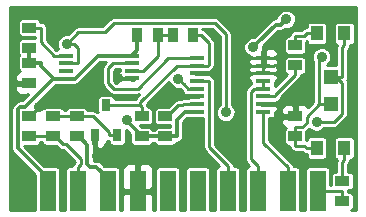
<source format=gtl>
%FSLAX46Y46*%
G04 Gerber Fmt 4.6, Leading zero omitted, Abs format (unit mm)*
G04 Created by KiCad (PCBNEW (2014-09-02 BZR 5112)-product) date 2014-12-10 10:34:42 AM*
%MOMM*%
G01*
G04 APERTURE LIST*
%ADD10C,0.150000*%
%ADD11R,1.300480X0.299720*%
%ADD12R,1.270000X0.381000*%
%ADD13R,1.143000X0.812800*%
%ADD14R,0.812800X1.143000*%
%ADD15R,0.701040X1.000760*%
%ADD16R,1.000000X1.250000*%
%ADD17R,1.200000X1.250000*%
%ADD18R,1.350000X3.500000*%
%ADD19C,0.889000*%
%ADD20C,0.304800*%
%ADD21C,0.254000*%
G04 APERTURE END LIST*
D10*
D11*
X108694000Y-82955400D03*
X108694000Y-82320400D03*
X108694000Y-81660000D03*
X108694000Y-81025000D03*
X103106000Y-81025000D03*
X103106000Y-81672700D03*
X103106000Y-82320400D03*
X103106000Y-82968100D03*
D12*
X119799080Y-85775840D03*
X119799080Y-85125600D03*
X119799080Y-84475360D03*
X119799080Y-83825120D03*
X119799080Y-83174880D03*
X119799080Y-82524640D03*
X119799080Y-81874400D03*
X119799080Y-81224160D03*
X114200920Y-81224160D03*
X114200920Y-81874400D03*
X114200920Y-82524640D03*
X114200920Y-83174880D03*
X114200920Y-83825120D03*
X114200920Y-84475360D03*
X114200920Y-85125600D03*
X114200920Y-85775840D03*
D13*
X104000000Y-86149100D03*
X104000000Y-87850900D03*
D14*
X113850900Y-79250000D03*
X112149100Y-79250000D03*
X109149100Y-79250000D03*
X110850900Y-79250000D03*
D13*
X100000000Y-78649100D03*
X100000000Y-80350900D03*
X100000000Y-81649100D03*
X100000000Y-83350900D03*
X126500000Y-93350900D03*
X126500000Y-91649100D03*
X122500000Y-86149100D03*
X122500000Y-87850900D03*
X100000000Y-87850900D03*
X100000000Y-86149100D03*
X102000000Y-86149100D03*
X102000000Y-87850900D03*
X109500000Y-86149100D03*
X109500000Y-87850900D03*
X122500000Y-81850900D03*
X122500000Y-80149100D03*
X111500000Y-87850900D03*
X111500000Y-86149100D03*
D15*
X106500000Y-85230000D03*
X107452500Y-87770000D03*
X105547500Y-87770000D03*
D16*
X126650000Y-88850000D03*
X124350000Y-88850000D03*
D17*
X125500000Y-85150000D03*
D16*
X124350000Y-79150000D03*
X126650000Y-79150000D03*
D17*
X125500000Y-82850000D03*
D18*
X101570000Y-92500000D03*
X104110000Y-92500000D03*
X106650000Y-92500000D03*
X109190000Y-92500000D03*
X111730000Y-92500000D03*
X114270000Y-92500000D03*
X116810000Y-92500000D03*
X119350000Y-92500000D03*
X121890000Y-92500000D03*
X124430000Y-92500000D03*
D19*
X108230000Y-86500000D03*
X118950000Y-80300000D03*
X121750000Y-77950000D03*
X102500019Y-89828821D03*
X100798179Y-89443963D03*
X117629871Y-80260839D03*
X123693190Y-83087220D03*
X115336926Y-90063074D03*
X105759831Y-89500000D03*
X107829852Y-90202066D03*
X117796572Y-83394489D03*
X112600000Y-84400000D03*
X100807434Y-85357434D03*
X105838470Y-82958986D03*
X107489472Y-82895330D03*
X100807434Y-85357434D03*
X112612600Y-82995400D03*
X124313900Y-86652500D03*
X124742200Y-81132500D03*
X103150000Y-80050000D03*
X116628800Y-85837900D03*
D20*
X109149100Y-79250000D02*
X109149100Y-80569900D01*
X109149100Y-80569900D02*
X108694000Y-81025000D01*
X99231300Y-85335900D02*
X99021700Y-85545500D01*
X101993400Y-82968100D02*
X99625600Y-85335900D01*
X99021700Y-85545500D02*
X99021700Y-88876700D01*
X101570000Y-91425000D02*
X101570000Y-92500000D01*
X99021700Y-88876700D02*
X101570000Y-91425000D01*
X99625600Y-85335900D02*
X99231300Y-85335900D01*
X102049100Y-82968100D02*
X101993400Y-82968100D01*
X103837547Y-82968100D02*
X103106000Y-82968100D01*
X108694000Y-81025000D02*
X105780647Y-81025000D01*
X105780647Y-81025000D02*
X103837547Y-82968100D01*
X108230000Y-86580900D02*
X109500000Y-87850900D01*
X108230000Y-86500000D02*
X108230000Y-86580900D01*
X109500000Y-87850900D02*
X111500000Y-87850900D01*
X112478200Y-86456800D02*
X113159200Y-85775800D01*
X112478200Y-87850900D02*
X112478200Y-86456800D01*
X111500000Y-87850900D02*
X112478200Y-87850900D01*
X114200900Y-85775800D02*
X113159200Y-85775800D01*
X103106000Y-82968100D02*
X102049100Y-82968100D01*
X100000000Y-80350900D02*
X100000000Y-81649100D01*
X100978200Y-81897200D02*
X102049100Y-82968100D01*
X100978200Y-81649100D02*
X100978200Y-81897200D01*
X100000000Y-81649100D02*
X100978200Y-81649100D01*
X119394499Y-79855501D02*
X118950000Y-80300000D01*
X120855501Y-78394499D02*
X119394499Y-79855501D01*
X121305501Y-78394499D02*
X120855501Y-78394499D01*
X121750000Y-77950000D02*
X121305501Y-78394499D01*
X105135866Y-90445200D02*
X104908911Y-90218245D01*
X104165100Y-87850900D02*
X104000000Y-87850900D01*
X106650000Y-91425000D02*
X105670200Y-90445200D01*
X105670200Y-90445200D02*
X105135866Y-90445200D01*
X104908911Y-88594711D02*
X104165100Y-87850900D01*
X106650000Y-92500000D02*
X106650000Y-91425000D01*
X104908911Y-90218245D02*
X104908911Y-88594711D01*
D21*
X126436800Y-92500000D02*
X126500000Y-92563200D01*
X124430000Y-92500000D02*
X126436800Y-92500000D01*
X126500000Y-93350900D02*
X126500000Y-92563200D01*
X121890000Y-92500000D02*
X121890000Y-90496000D01*
X121890000Y-90496000D02*
X119799080Y-88405080D01*
X119799080Y-86220340D02*
X119799080Y-85775840D01*
X119799080Y-88405080D02*
X119799080Y-86220340D01*
X102165100Y-87850900D02*
X102000000Y-87850900D01*
X102825500Y-88511300D02*
X102165100Y-87850900D01*
X104375501Y-90230499D02*
X104375501Y-89803759D01*
X104110000Y-90496000D02*
X104375501Y-90230499D01*
X103083042Y-88511300D02*
X102825500Y-88511300D01*
X104110000Y-92500000D02*
X104110000Y-90496000D01*
X104375501Y-89803759D02*
X103083042Y-88511300D01*
X100000000Y-87850900D02*
X102000000Y-87850900D01*
X100798179Y-89443963D02*
X102115161Y-89443963D01*
X102115161Y-89443963D02*
X102500019Y-89828821D01*
X119799080Y-82524640D02*
X118666421Y-82524640D01*
X118666421Y-82524640D02*
X117796572Y-83394489D01*
X119799080Y-81224160D02*
X118593192Y-81224160D01*
X118593192Y-81224160D02*
X117629871Y-80260839D01*
X118325600Y-81874400D02*
X117796572Y-82403428D01*
X117796572Y-82403428D02*
X117796572Y-83394489D01*
X119799080Y-81874400D02*
X118325600Y-81874400D01*
X119799080Y-81224160D02*
X119799080Y-80779660D01*
X119799080Y-80779660D02*
X119850000Y-80728740D01*
X119850000Y-80728740D02*
X119850000Y-80415000D01*
X110600000Y-92019000D02*
X110600000Y-90519198D01*
X111056124Y-90063074D02*
X115336926Y-90063074D01*
X110600000Y-90519198D02*
X111056124Y-90063074D01*
X110119000Y-92500000D02*
X110600000Y-92019000D01*
X106204330Y-89944499D02*
X105759831Y-89500000D01*
X106461897Y-90202066D02*
X106204330Y-89944499D01*
X107829852Y-90202066D02*
X106461897Y-90202066D01*
X109190000Y-92500000D02*
X110119000Y-92500000D01*
X110119000Y-92500000D02*
X110169000Y-92450000D01*
X120712720Y-82500000D02*
X121000000Y-82500000D01*
X119799080Y-82524640D02*
X120688080Y-82524640D01*
X120688080Y-82524640D02*
X120712720Y-82500000D01*
X120712480Y-81850000D02*
X120950000Y-81850000D01*
X119799080Y-81874400D02*
X120688080Y-81874400D01*
X120688080Y-81874400D02*
X120712480Y-81850000D01*
X119799080Y-81224160D02*
X120688080Y-81224160D01*
X120688080Y-81224160D02*
X120712240Y-81200000D01*
X119799080Y-82524640D02*
X119799080Y-81874400D01*
X112675360Y-84475360D02*
X112600000Y-84400000D01*
X114200920Y-84475360D02*
X112675360Y-84475360D01*
X105838470Y-82958986D02*
X105393971Y-83403485D01*
X105393971Y-83403485D02*
X104156517Y-83403485D01*
X104156517Y-83403485D02*
X102202568Y-85357434D01*
X102202568Y-85357434D02*
X101436051Y-85357434D01*
X101436051Y-85357434D02*
X100807434Y-85357434D01*
X108694000Y-82955400D02*
X107549542Y-82955400D01*
X107549542Y-82955400D02*
X107489472Y-82895330D01*
X109190000Y-92500000D02*
X109190000Y-91425000D01*
X100000000Y-86149100D02*
X100015768Y-86149100D01*
X100015768Y-86149100D02*
X100807434Y-85357434D01*
X105548000Y-87770000D02*
X105548000Y-87919900D01*
X107452500Y-87770000D02*
X106720700Y-87770000D01*
X105374200Y-86149100D02*
X104000000Y-86149100D01*
X106720700Y-87495600D02*
X105374200Y-86149100D01*
X106720700Y-87770000D02*
X106720700Y-87495600D01*
X104000000Y-86149100D02*
X102000000Y-86149100D01*
X113057099Y-83439899D02*
X112612600Y-82995400D01*
X113442300Y-83825100D02*
X113057099Y-83439899D01*
X114200900Y-83825100D02*
X113442300Y-83825100D01*
X123257300Y-79361400D02*
X122500000Y-79361400D01*
X123468700Y-79150000D02*
X123257300Y-79361400D01*
X124350000Y-79150000D02*
X123468700Y-79150000D01*
X122500000Y-80149100D02*
X122500000Y-79361400D01*
X126500000Y-90006300D02*
X126500000Y-91649100D01*
X126650000Y-89856300D02*
X126500000Y-90006300D01*
X126650000Y-88850000D02*
X126650000Y-89856300D01*
X120815400Y-84323200D02*
X120815400Y-84475400D01*
X122500000Y-82638600D02*
X120815400Y-84323200D01*
X119799100Y-84475400D02*
X120815400Y-84475400D01*
X122500000Y-81850900D02*
X122500000Y-82638600D01*
X126481300Y-80325000D02*
X126650000Y-80156300D01*
X126481300Y-82850000D02*
X126481300Y-80325000D01*
X126650000Y-79150000D02*
X126650000Y-80156300D01*
X125500000Y-82850000D02*
X125990700Y-82850000D01*
X125990700Y-82850000D02*
X126481300Y-82850000D01*
X125776400Y-86652500D02*
X124313900Y-86652500D01*
X126481400Y-85947500D02*
X125776400Y-86652500D01*
X126481400Y-83340700D02*
X126481400Y-85947500D01*
X125990700Y-82850000D02*
X126481400Y-83340700D01*
X122500000Y-87850900D02*
X122500000Y-87063200D01*
X123257300Y-88638600D02*
X122500000Y-88638600D01*
X123468700Y-88850000D02*
X123257300Y-88638600D01*
X124350000Y-88850000D02*
X123468700Y-88850000D01*
X122500000Y-87850900D02*
X122500000Y-88638600D01*
X125500000Y-85150000D02*
X124645800Y-85150000D01*
X124645800Y-85150000D02*
X124518700Y-85150000D01*
X124518700Y-81356000D02*
X124742200Y-81132500D01*
X124518700Y-85150000D02*
X124518700Y-81356000D01*
X123117100Y-87063200D02*
X122500000Y-87063200D01*
X123488100Y-86692200D02*
X123117100Y-87063200D01*
X123488100Y-86180600D02*
X123488100Y-86692200D01*
X124518700Y-85150000D02*
X123488100Y-86180600D01*
X103150000Y-80050000D02*
X104137500Y-79062500D01*
X104137500Y-79062500D02*
X106387500Y-79062500D01*
X115701400Y-78250000D02*
X116628800Y-79177400D01*
X106387500Y-79062500D02*
X107200000Y-78250000D01*
X107200000Y-78250000D02*
X115701400Y-78250000D01*
X116628800Y-79177400D02*
X116628800Y-85837900D01*
X104137500Y-81672700D02*
X104137500Y-80408883D01*
X104137500Y-80408883D02*
X103778617Y-80050000D01*
X103778617Y-80050000D02*
X103150000Y-80050000D01*
X103106000Y-81672700D02*
X104137500Y-81672700D01*
X107789760Y-81660000D02*
X108694000Y-81660000D01*
X107118258Y-81660000D02*
X107789760Y-81660000D01*
X106663971Y-82114287D02*
X107118258Y-81660000D01*
X107134245Y-83825501D02*
X106663971Y-83355227D01*
X109163199Y-83825501D02*
X107134245Y-83825501D01*
X111764500Y-81224200D02*
X109163199Y-83825501D01*
X114200900Y-81224200D02*
X111764500Y-81224200D01*
X106663971Y-83355227D02*
X106663971Y-82114287D01*
X113850900Y-79250000D02*
X114511300Y-79250000D01*
X114511300Y-79250000D02*
X115216921Y-79955621D01*
X115216921Y-79955621D02*
X115216921Y-81747399D01*
X115216921Y-81747399D02*
X115089920Y-81874400D01*
X115089920Y-81874400D02*
X114200920Y-81874400D01*
X109500000Y-86149100D02*
X109500000Y-85361400D01*
X106500000Y-85230000D02*
X109368600Y-85230000D01*
X109368600Y-85230000D02*
X109500000Y-85361400D01*
X112461800Y-81874400D02*
X114200900Y-81874400D01*
X109368600Y-84967600D02*
X112461800Y-81874400D01*
X109368600Y-85230000D02*
X109368600Y-84967600D01*
X100952800Y-79903300D02*
X102074500Y-81025000D01*
X100952800Y-78649100D02*
X100952800Y-79903300D01*
X100000000Y-78649100D02*
X100952800Y-78649100D01*
X103106000Y-81025000D02*
X102074500Y-81025000D01*
X110850900Y-79250000D02*
X110850900Y-81067740D01*
X110850900Y-81067740D02*
X109598240Y-82320400D01*
X109598240Y-82320400D02*
X108694000Y-82320400D01*
X110850900Y-79250000D02*
X112149100Y-79250000D01*
X112581551Y-85232649D02*
X112959002Y-85232649D01*
X113066051Y-85125600D02*
X114200900Y-85125600D01*
X111665100Y-86149100D02*
X112581551Y-85232649D01*
X112959002Y-85232649D02*
X113066051Y-85125600D01*
X111500000Y-86149100D02*
X111665100Y-86149100D01*
X119799080Y-83174880D02*
X119799080Y-83825120D01*
X119350000Y-92500000D02*
X119350000Y-90368700D01*
X118782700Y-84069000D02*
X119026600Y-83825100D01*
X118782700Y-89801400D02*
X118782700Y-84069000D01*
X119350000Y-90368700D02*
X118782700Y-89801400D01*
X119026600Y-83825100D02*
X119799100Y-83825100D01*
X115217200Y-88775900D02*
X115217200Y-83174900D01*
X116810000Y-90368700D02*
X115217200Y-88775900D01*
X116810000Y-92500000D02*
X116810000Y-90368700D01*
X114200900Y-83174900D02*
X115217200Y-83174900D01*
G36*
X100147000Y-86276100D02*
X100127000Y-86276100D01*
X100127000Y-86296100D01*
X99873000Y-86296100D01*
X99873000Y-86276100D01*
X99853000Y-86276100D01*
X99853000Y-86022100D01*
X99873000Y-86022100D01*
X99873000Y-86002100D01*
X100127000Y-86002100D01*
X100127000Y-86022100D01*
X100147000Y-86022100D01*
X100147000Y-86276100D01*
X100147000Y-86276100D01*
G37*
X100147000Y-86276100D02*
X100127000Y-86276100D01*
X100127000Y-86296100D01*
X99873000Y-86296100D01*
X99873000Y-86276100D01*
X99853000Y-86276100D01*
X99853000Y-86022100D01*
X99873000Y-86022100D01*
X99873000Y-86002100D01*
X100127000Y-86002100D01*
X100127000Y-86022100D01*
X100147000Y-86022100D01*
X100147000Y-86276100D01*
G36*
X103867501Y-90020079D02*
X103750790Y-90136790D01*
X103640669Y-90301597D01*
X103627261Y-90369000D01*
X103359214Y-90369000D01*
X103219180Y-90427004D01*
X103112004Y-90534181D01*
X103054000Y-90674215D01*
X103054000Y-90825786D01*
X103054000Y-94119800D01*
X102626000Y-94119800D01*
X102626000Y-90674214D01*
X102567996Y-90534180D01*
X102460819Y-90427004D01*
X102320785Y-90369000D01*
X102169214Y-90369000D01*
X101268341Y-90369000D01*
X99555100Y-88655758D01*
X99555100Y-88638300D01*
X100647286Y-88638300D01*
X100787320Y-88580296D01*
X100894496Y-88473119D01*
X100941807Y-88358900D01*
X101058192Y-88358900D01*
X101105504Y-88473120D01*
X101212681Y-88580296D01*
X101352715Y-88638300D01*
X101504286Y-88638300D01*
X102234079Y-88638300D01*
X102466290Y-88870511D01*
X102631097Y-88980631D01*
X102825500Y-89019300D01*
X102872622Y-89019300D01*
X103867501Y-90014179D01*
X103867501Y-90020079D01*
X103867501Y-90020079D01*
G37*
X103867501Y-90020079D02*
X103750790Y-90136790D01*
X103640669Y-90301597D01*
X103627261Y-90369000D01*
X103359214Y-90369000D01*
X103219180Y-90427004D01*
X103112004Y-90534181D01*
X103054000Y-90674215D01*
X103054000Y-90825786D01*
X103054000Y-94119800D01*
X102626000Y-94119800D01*
X102626000Y-90674214D01*
X102567996Y-90534180D01*
X102460819Y-90427004D01*
X102320785Y-90369000D01*
X102169214Y-90369000D01*
X101268341Y-90369000D01*
X99555100Y-88655758D01*
X99555100Y-88638300D01*
X100647286Y-88638300D01*
X100787320Y-88580296D01*
X100894496Y-88473119D01*
X100941807Y-88358900D01*
X101058192Y-88358900D01*
X101105504Y-88473120D01*
X101212681Y-88580296D01*
X101352715Y-88638300D01*
X101504286Y-88638300D01*
X102234079Y-88638300D01*
X102466290Y-88870511D01*
X102631097Y-88980631D01*
X102825500Y-89019300D01*
X102872622Y-89019300D01*
X103867501Y-90014179D01*
X103867501Y-90020079D01*
G36*
X108841000Y-83030330D02*
X108821000Y-83030330D01*
X108821000Y-83102400D01*
X108567000Y-83102400D01*
X108567000Y-83030330D01*
X107567510Y-83030330D01*
X107408760Y-83189080D01*
X107408760Y-83231569D01*
X107444354Y-83317501D01*
X107344664Y-83317501D01*
X107171971Y-83144807D01*
X107171971Y-82324707D01*
X107328678Y-82168000D01*
X107662760Y-82168000D01*
X107662760Y-82246326D01*
X107662760Y-82288514D01*
X107505433Y-82445842D01*
X107408760Y-82679231D01*
X107408760Y-82721720D01*
X107567510Y-82880470D01*
X108567000Y-82880470D01*
X108567000Y-82851260D01*
X108821000Y-82851260D01*
X108821000Y-82880470D01*
X108841000Y-82880470D01*
X108841000Y-83030330D01*
X108841000Y-83030330D01*
G37*
X108841000Y-83030330D02*
X108821000Y-83030330D01*
X108821000Y-83102400D01*
X108567000Y-83102400D01*
X108567000Y-83030330D01*
X107567510Y-83030330D01*
X107408760Y-83189080D01*
X107408760Y-83231569D01*
X107444354Y-83317501D01*
X107344664Y-83317501D01*
X107171971Y-83144807D01*
X107171971Y-82324707D01*
X107328678Y-82168000D01*
X107662760Y-82168000D01*
X107662760Y-82246326D01*
X107662760Y-82288514D01*
X107505433Y-82445842D01*
X107408760Y-82679231D01*
X107408760Y-82721720D01*
X107567510Y-82880470D01*
X108567000Y-82880470D01*
X108567000Y-82851260D01*
X108821000Y-82851260D01*
X108821000Y-82880470D01*
X108841000Y-82880470D01*
X108841000Y-83030330D01*
G36*
X109314343Y-84303436D02*
X109009390Y-84608390D01*
X108933477Y-84722000D01*
X107231520Y-84722000D01*
X107231520Y-84653834D01*
X107173516Y-84513800D01*
X107066339Y-84406624D01*
X106926305Y-84348620D01*
X106774734Y-84348620D01*
X106073694Y-84348620D01*
X105933660Y-84406624D01*
X105826484Y-84513801D01*
X105768480Y-84653835D01*
X105768480Y-84805406D01*
X105768480Y-85806166D01*
X105781769Y-85838249D01*
X105733410Y-85789890D01*
X105568603Y-85679769D01*
X105374200Y-85641100D01*
X104941807Y-85641100D01*
X104894496Y-85526880D01*
X104787319Y-85419704D01*
X104647285Y-85361700D01*
X104495714Y-85361700D01*
X103352714Y-85361700D01*
X103212680Y-85419704D01*
X103105504Y-85526881D01*
X103058192Y-85641100D01*
X102941807Y-85641100D01*
X102894496Y-85526880D01*
X102787319Y-85419704D01*
X102647285Y-85361700D01*
X102495714Y-85361700D01*
X101352714Y-85361700D01*
X101212680Y-85419704D01*
X101150701Y-85481682D01*
X101109827Y-85383002D01*
X100931199Y-85204373D01*
X100697810Y-85107700D01*
X100608142Y-85107700D01*
X102214342Y-83501500D01*
X103106000Y-83501500D01*
X103837547Y-83501500D01*
X104041670Y-83460897D01*
X104214718Y-83345271D01*
X106001588Y-81558400D01*
X106501438Y-81558400D01*
X106304761Y-81755077D01*
X106194640Y-81919884D01*
X106155971Y-82114287D01*
X106155971Y-83355227D01*
X106194640Y-83549630D01*
X106304761Y-83714437D01*
X106775035Y-84184711D01*
X106939842Y-84294832D01*
X107134245Y-84333501D01*
X109163199Y-84333501D01*
X109314343Y-84303436D01*
X109314343Y-84303436D01*
G37*
X109314343Y-84303436D02*
X109009390Y-84608390D01*
X108933477Y-84722000D01*
X107231520Y-84722000D01*
X107231520Y-84653834D01*
X107173516Y-84513800D01*
X107066339Y-84406624D01*
X106926305Y-84348620D01*
X106774734Y-84348620D01*
X106073694Y-84348620D01*
X105933660Y-84406624D01*
X105826484Y-84513801D01*
X105768480Y-84653835D01*
X105768480Y-84805406D01*
X105768480Y-85806166D01*
X105781769Y-85838249D01*
X105733410Y-85789890D01*
X105568603Y-85679769D01*
X105374200Y-85641100D01*
X104941807Y-85641100D01*
X104894496Y-85526880D01*
X104787319Y-85419704D01*
X104647285Y-85361700D01*
X104495714Y-85361700D01*
X103352714Y-85361700D01*
X103212680Y-85419704D01*
X103105504Y-85526881D01*
X103058192Y-85641100D01*
X102941807Y-85641100D01*
X102894496Y-85526880D01*
X102787319Y-85419704D01*
X102647285Y-85361700D01*
X102495714Y-85361700D01*
X101352714Y-85361700D01*
X101212680Y-85419704D01*
X101150701Y-85481682D01*
X101109827Y-85383002D01*
X100931199Y-85204373D01*
X100697810Y-85107700D01*
X100608142Y-85107700D01*
X102214342Y-83501500D01*
X103106000Y-83501500D01*
X103837547Y-83501500D01*
X104041670Y-83460897D01*
X104214718Y-83345271D01*
X106001588Y-81558400D01*
X106501438Y-81558400D01*
X106304761Y-81755077D01*
X106194640Y-81919884D01*
X106155971Y-82114287D01*
X106155971Y-83355227D01*
X106194640Y-83549630D01*
X106304761Y-83714437D01*
X106775035Y-84184711D01*
X106939842Y-84294832D01*
X107134245Y-84333501D01*
X109163199Y-84333501D01*
X109314343Y-84303436D01*
G36*
X114347920Y-84554100D02*
X113490134Y-84554100D01*
X113450275Y-84570610D01*
X113089670Y-84570610D01*
X113036876Y-84623403D01*
X112871647Y-84656269D01*
X112769310Y-84724649D01*
X112581551Y-84724649D01*
X112419400Y-84756902D01*
X112387147Y-84763318D01*
X112222340Y-84873439D01*
X111734079Y-85361700D01*
X110852714Y-85361700D01*
X110712680Y-85419704D01*
X110605504Y-85526881D01*
X110547500Y-85666915D01*
X110547500Y-85818486D01*
X110547500Y-86631286D01*
X110605504Y-86771320D01*
X110712681Y-86878496D01*
X110852715Y-86936500D01*
X111004286Y-86936500D01*
X111944800Y-86936500D01*
X111944800Y-87063500D01*
X110852714Y-87063500D01*
X110712680Y-87121504D01*
X110605504Y-87228681D01*
X110568713Y-87317500D01*
X110431286Y-87317500D01*
X110394496Y-87228680D01*
X110287319Y-87121504D01*
X110147285Y-87063500D01*
X109995714Y-87063500D01*
X109466942Y-87063500D01*
X109339942Y-86936500D01*
X110147286Y-86936500D01*
X110287320Y-86878496D01*
X110394496Y-86771319D01*
X110452500Y-86631285D01*
X110452500Y-86479714D01*
X110452500Y-85666914D01*
X110394496Y-85526880D01*
X110287319Y-85419704D01*
X110147285Y-85361700D01*
X110008000Y-85361700D01*
X110008000Y-85361400D01*
X109969331Y-85166997D01*
X109936603Y-85118016D01*
X111818762Y-83235857D01*
X111912367Y-83462398D01*
X112144381Y-83694817D01*
X112447677Y-83820757D01*
X112719773Y-83820993D01*
X112967944Y-84069165D01*
X112930920Y-84158551D01*
X112930920Y-84221360D01*
X113089670Y-84380110D01*
X113450276Y-84380110D01*
X113490135Y-84396620D01*
X113641706Y-84396620D01*
X114347920Y-84396620D01*
X114347920Y-84554100D01*
X114347920Y-84554100D01*
G37*
X114347920Y-84554100D02*
X113490134Y-84554100D01*
X113450275Y-84570610D01*
X113089670Y-84570610D01*
X113036876Y-84623403D01*
X112871647Y-84656269D01*
X112769310Y-84724649D01*
X112581551Y-84724649D01*
X112419400Y-84756902D01*
X112387147Y-84763318D01*
X112222340Y-84873439D01*
X111734079Y-85361700D01*
X110852714Y-85361700D01*
X110712680Y-85419704D01*
X110605504Y-85526881D01*
X110547500Y-85666915D01*
X110547500Y-85818486D01*
X110547500Y-86631286D01*
X110605504Y-86771320D01*
X110712681Y-86878496D01*
X110852715Y-86936500D01*
X111004286Y-86936500D01*
X111944800Y-86936500D01*
X111944800Y-87063500D01*
X110852714Y-87063500D01*
X110712680Y-87121504D01*
X110605504Y-87228681D01*
X110568713Y-87317500D01*
X110431286Y-87317500D01*
X110394496Y-87228680D01*
X110287319Y-87121504D01*
X110147285Y-87063500D01*
X109995714Y-87063500D01*
X109466942Y-87063500D01*
X109339942Y-86936500D01*
X110147286Y-86936500D01*
X110287320Y-86878496D01*
X110394496Y-86771319D01*
X110452500Y-86631285D01*
X110452500Y-86479714D01*
X110452500Y-85666914D01*
X110394496Y-85526880D01*
X110287319Y-85419704D01*
X110147285Y-85361700D01*
X110008000Y-85361700D01*
X110008000Y-85361400D01*
X109969331Y-85166997D01*
X109936603Y-85118016D01*
X111818762Y-83235857D01*
X111912367Y-83462398D01*
X112144381Y-83694817D01*
X112447677Y-83820757D01*
X112719773Y-83820993D01*
X112967944Y-84069165D01*
X112930920Y-84158551D01*
X112930920Y-84221360D01*
X113089670Y-84380110D01*
X113450276Y-84380110D01*
X113490135Y-84396620D01*
X113641706Y-84396620D01*
X114347920Y-84396620D01*
X114347920Y-84554100D01*
G36*
X116091879Y-90369000D02*
X116059214Y-90369000D01*
X115919180Y-90427004D01*
X115812004Y-90534181D01*
X115754000Y-90674215D01*
X115754000Y-90825786D01*
X115754000Y-94119800D01*
X115326000Y-94119800D01*
X115326000Y-90674214D01*
X115267996Y-90534180D01*
X115160819Y-90427004D01*
X115020785Y-90369000D01*
X114869214Y-90369000D01*
X113519214Y-90369000D01*
X113379180Y-90427004D01*
X113272004Y-90534181D01*
X113214000Y-90674215D01*
X113214000Y-90825786D01*
X113214000Y-94119800D01*
X112786000Y-94119800D01*
X112786000Y-90674214D01*
X112727996Y-90534180D01*
X112620819Y-90427004D01*
X112480785Y-90369000D01*
X112329214Y-90369000D01*
X110979214Y-90369000D01*
X110839180Y-90427004D01*
X110732004Y-90534181D01*
X110674000Y-90674215D01*
X110674000Y-90825786D01*
X110674000Y-94119800D01*
X110500000Y-94119800D01*
X110500000Y-92785750D01*
X110500000Y-92214250D01*
X110500000Y-90876309D01*
X110500000Y-90623690D01*
X110403327Y-90390301D01*
X110224698Y-90211673D01*
X109991309Y-90115000D01*
X109475750Y-90115000D01*
X109317000Y-90273750D01*
X109317000Y-92373000D01*
X110341250Y-92373000D01*
X110500000Y-92214250D01*
X110500000Y-92785750D01*
X110341250Y-92627000D01*
X109317000Y-92627000D01*
X109317000Y-92647000D01*
X109063000Y-92647000D01*
X109063000Y-92627000D01*
X109063000Y-92373000D01*
X109063000Y-90273750D01*
X108904250Y-90115000D01*
X108388691Y-90115000D01*
X108155302Y-90211673D01*
X107976673Y-90390301D01*
X107880000Y-90623690D01*
X107880000Y-90876309D01*
X107880000Y-92214250D01*
X108038750Y-92373000D01*
X109063000Y-92373000D01*
X109063000Y-92627000D01*
X108038750Y-92627000D01*
X107880000Y-92785750D01*
X107880000Y-94119800D01*
X107706000Y-94119800D01*
X107706000Y-90674214D01*
X107647996Y-90534180D01*
X107540819Y-90427004D01*
X107400785Y-90369000D01*
X107249214Y-90369000D01*
X106348341Y-90369000D01*
X106047371Y-90068029D01*
X105874323Y-89952403D01*
X105670200Y-89911800D01*
X105442311Y-89911800D01*
X105442311Y-88594716D01*
X105442311Y-88594711D01*
X105442312Y-88594711D01*
X105420500Y-88485060D01*
X105420500Y-88485058D01*
X105420500Y-87897000D01*
X105400500Y-87897000D01*
X105400500Y-87643000D01*
X105420500Y-87643000D01*
X105420500Y-87623000D01*
X105674500Y-87623000D01*
X105674500Y-87643000D01*
X105694500Y-87643000D01*
X105694500Y-87897000D01*
X105674500Y-87897000D01*
X105674500Y-88746630D01*
X105833250Y-88905380D01*
X106024329Y-88905380D01*
X106257718Y-88808707D01*
X106436347Y-88630079D01*
X106533020Y-88396690D01*
X106533020Y-88240668D01*
X106720700Y-88278000D01*
X106720980Y-88278000D01*
X106720980Y-88346166D01*
X106778984Y-88486200D01*
X106886161Y-88593376D01*
X107026195Y-88651380D01*
X107177766Y-88651380D01*
X107878806Y-88651380D01*
X108018840Y-88593376D01*
X108126016Y-88486199D01*
X108184020Y-88346165D01*
X108184020Y-88194594D01*
X108184020Y-87325460D01*
X108220250Y-87325492D01*
X108547500Y-87652742D01*
X108547500Y-88333086D01*
X108605504Y-88473120D01*
X108712681Y-88580296D01*
X108852715Y-88638300D01*
X109004286Y-88638300D01*
X110147286Y-88638300D01*
X110287320Y-88580296D01*
X110394496Y-88473119D01*
X110431286Y-88384300D01*
X110568713Y-88384300D01*
X110605504Y-88473120D01*
X110712681Y-88580296D01*
X110852715Y-88638300D01*
X111004286Y-88638300D01*
X112147286Y-88638300D01*
X112287320Y-88580296D01*
X112394496Y-88473119D01*
X112431286Y-88384300D01*
X112478200Y-88384300D01*
X112682323Y-88343697D01*
X112855371Y-88228071D01*
X112970997Y-88055023D01*
X113011600Y-87850900D01*
X113011600Y-86677741D01*
X113380141Y-86309200D01*
X113398056Y-86309200D01*
X113490135Y-86347340D01*
X113641706Y-86347340D01*
X114709200Y-86347340D01*
X114709200Y-88775900D01*
X114747869Y-88970303D01*
X114857990Y-89135110D01*
X116091879Y-90369000D01*
X116091879Y-90369000D01*
G37*
X116091879Y-90369000D02*
X116059214Y-90369000D01*
X115919180Y-90427004D01*
X115812004Y-90534181D01*
X115754000Y-90674215D01*
X115754000Y-90825786D01*
X115754000Y-94119800D01*
X115326000Y-94119800D01*
X115326000Y-90674214D01*
X115267996Y-90534180D01*
X115160819Y-90427004D01*
X115020785Y-90369000D01*
X114869214Y-90369000D01*
X113519214Y-90369000D01*
X113379180Y-90427004D01*
X113272004Y-90534181D01*
X113214000Y-90674215D01*
X113214000Y-90825786D01*
X113214000Y-94119800D01*
X112786000Y-94119800D01*
X112786000Y-90674214D01*
X112727996Y-90534180D01*
X112620819Y-90427004D01*
X112480785Y-90369000D01*
X112329214Y-90369000D01*
X110979214Y-90369000D01*
X110839180Y-90427004D01*
X110732004Y-90534181D01*
X110674000Y-90674215D01*
X110674000Y-90825786D01*
X110674000Y-94119800D01*
X110500000Y-94119800D01*
X110500000Y-92785750D01*
X110500000Y-92214250D01*
X110500000Y-90876309D01*
X110500000Y-90623690D01*
X110403327Y-90390301D01*
X110224698Y-90211673D01*
X109991309Y-90115000D01*
X109475750Y-90115000D01*
X109317000Y-90273750D01*
X109317000Y-92373000D01*
X110341250Y-92373000D01*
X110500000Y-92214250D01*
X110500000Y-92785750D01*
X110341250Y-92627000D01*
X109317000Y-92627000D01*
X109317000Y-92647000D01*
X109063000Y-92647000D01*
X109063000Y-92627000D01*
X109063000Y-92373000D01*
X109063000Y-90273750D01*
X108904250Y-90115000D01*
X108388691Y-90115000D01*
X108155302Y-90211673D01*
X107976673Y-90390301D01*
X107880000Y-90623690D01*
X107880000Y-90876309D01*
X107880000Y-92214250D01*
X108038750Y-92373000D01*
X109063000Y-92373000D01*
X109063000Y-92627000D01*
X108038750Y-92627000D01*
X107880000Y-92785750D01*
X107880000Y-94119800D01*
X107706000Y-94119800D01*
X107706000Y-90674214D01*
X107647996Y-90534180D01*
X107540819Y-90427004D01*
X107400785Y-90369000D01*
X107249214Y-90369000D01*
X106348341Y-90369000D01*
X106047371Y-90068029D01*
X105874323Y-89952403D01*
X105670200Y-89911800D01*
X105442311Y-89911800D01*
X105442311Y-88594716D01*
X105442311Y-88594711D01*
X105442312Y-88594711D01*
X105420500Y-88485060D01*
X105420500Y-88485058D01*
X105420500Y-87897000D01*
X105400500Y-87897000D01*
X105400500Y-87643000D01*
X105420500Y-87643000D01*
X105420500Y-87623000D01*
X105674500Y-87623000D01*
X105674500Y-87643000D01*
X105694500Y-87643000D01*
X105694500Y-87897000D01*
X105674500Y-87897000D01*
X105674500Y-88746630D01*
X105833250Y-88905380D01*
X106024329Y-88905380D01*
X106257718Y-88808707D01*
X106436347Y-88630079D01*
X106533020Y-88396690D01*
X106533020Y-88240668D01*
X106720700Y-88278000D01*
X106720980Y-88278000D01*
X106720980Y-88346166D01*
X106778984Y-88486200D01*
X106886161Y-88593376D01*
X107026195Y-88651380D01*
X107177766Y-88651380D01*
X107878806Y-88651380D01*
X108018840Y-88593376D01*
X108126016Y-88486199D01*
X108184020Y-88346165D01*
X108184020Y-88194594D01*
X108184020Y-87325460D01*
X108220250Y-87325492D01*
X108547500Y-87652742D01*
X108547500Y-88333086D01*
X108605504Y-88473120D01*
X108712681Y-88580296D01*
X108852715Y-88638300D01*
X109004286Y-88638300D01*
X110147286Y-88638300D01*
X110287320Y-88580296D01*
X110394496Y-88473119D01*
X110431286Y-88384300D01*
X110568713Y-88384300D01*
X110605504Y-88473120D01*
X110712681Y-88580296D01*
X110852715Y-88638300D01*
X111004286Y-88638300D01*
X112147286Y-88638300D01*
X112287320Y-88580296D01*
X112394496Y-88473119D01*
X112431286Y-88384300D01*
X112478200Y-88384300D01*
X112682323Y-88343697D01*
X112855371Y-88228071D01*
X112970997Y-88055023D01*
X113011600Y-87850900D01*
X113011600Y-86677741D01*
X113380141Y-86309200D01*
X113398056Y-86309200D01*
X113490135Y-86347340D01*
X113641706Y-86347340D01*
X114709200Y-86347340D01*
X114709200Y-88775900D01*
X114747869Y-88970303D01*
X114857990Y-89135110D01*
X116091879Y-90369000D01*
G36*
X127619800Y-94119800D02*
X127191948Y-94119800D01*
X127287320Y-94080296D01*
X127394496Y-93973119D01*
X127452500Y-93833085D01*
X127452500Y-93681514D01*
X127452500Y-92868714D01*
X127394496Y-92728680D01*
X127287319Y-92621504D01*
X127147285Y-92563500D01*
X127008000Y-92563500D01*
X127008000Y-92563200D01*
X126982797Y-92436500D01*
X127147286Y-92436500D01*
X127287320Y-92378496D01*
X127394496Y-92271319D01*
X127452500Y-92131285D01*
X127452500Y-91979714D01*
X127452500Y-91166914D01*
X127394496Y-91026880D01*
X127287319Y-90919704D01*
X127147285Y-90861700D01*
X127008000Y-90861700D01*
X127008000Y-90216720D01*
X127009210Y-90215510D01*
X127119331Y-90050703D01*
X127158000Y-89856300D01*
X127158000Y-89856000D01*
X127225786Y-89856000D01*
X127365820Y-89797996D01*
X127472996Y-89690819D01*
X127531000Y-89550785D01*
X127531000Y-89399214D01*
X127531000Y-88149214D01*
X127531000Y-79850785D01*
X127531000Y-79699214D01*
X127531000Y-78449214D01*
X127472996Y-78309180D01*
X127365819Y-78202004D01*
X127225785Y-78144000D01*
X127074214Y-78144000D01*
X126074214Y-78144000D01*
X125934180Y-78202004D01*
X125827004Y-78309181D01*
X125769000Y-78449215D01*
X125769000Y-78600786D01*
X125769000Y-79850786D01*
X125827004Y-79990820D01*
X125934181Y-80097996D01*
X126012167Y-80130299D01*
X126011969Y-80130597D01*
X125973300Y-80325000D01*
X125973300Y-81844000D01*
X125181929Y-81844000D01*
X125209198Y-81832733D01*
X125441617Y-81600719D01*
X125567557Y-81297423D01*
X125567843Y-80969018D01*
X125442433Y-80665502D01*
X125231000Y-80453699D01*
X125231000Y-79850785D01*
X125231000Y-79699214D01*
X125231000Y-78449214D01*
X125172996Y-78309180D01*
X125065819Y-78202004D01*
X124925785Y-78144000D01*
X124774214Y-78144000D01*
X123774214Y-78144000D01*
X123634180Y-78202004D01*
X123527004Y-78309181D01*
X123469000Y-78449215D01*
X123469000Y-78600786D01*
X123469000Y-78642000D01*
X123468700Y-78642000D01*
X123274297Y-78680669D01*
X123109490Y-78790790D01*
X123046880Y-78853400D01*
X122500000Y-78853400D01*
X122305597Y-78892069D01*
X122140790Y-79002190D01*
X122030669Y-79166997D01*
X121992000Y-79361400D01*
X121992000Y-79361700D01*
X121852714Y-79361700D01*
X121712680Y-79419704D01*
X121605504Y-79526881D01*
X121547500Y-79666915D01*
X121547500Y-79818486D01*
X121547500Y-80631286D01*
X121605504Y-80771320D01*
X121712681Y-80878496D01*
X121852715Y-80936500D01*
X122004286Y-80936500D01*
X123147286Y-80936500D01*
X123287320Y-80878496D01*
X123394496Y-80771319D01*
X123452500Y-80631285D01*
X123452500Y-80479714D01*
X123452500Y-79830198D01*
X123469000Y-79819173D01*
X123469000Y-79850786D01*
X123527004Y-79990820D01*
X123634181Y-80097996D01*
X123774215Y-80156000D01*
X123925786Y-80156000D01*
X124925786Y-80156000D01*
X125065820Y-80097996D01*
X125172996Y-79990819D01*
X125231000Y-79850785D01*
X125231000Y-80453699D01*
X125210419Y-80433083D01*
X124907123Y-80307143D01*
X124578718Y-80306857D01*
X124275202Y-80432267D01*
X124042783Y-80664281D01*
X123916843Y-80967577D01*
X123916557Y-81295982D01*
X124010700Y-81523825D01*
X124010700Y-84939579D01*
X123588552Y-85361727D01*
X123431199Y-85204373D01*
X123197810Y-85107700D01*
X122945191Y-85107700D01*
X122785750Y-85107700D01*
X122627000Y-85266450D01*
X122627000Y-86022100D01*
X122647000Y-86022100D01*
X122647000Y-86276100D01*
X122627000Y-86276100D01*
X122627000Y-86296100D01*
X122373000Y-86296100D01*
X122373000Y-86276100D01*
X122373000Y-86022100D01*
X122373000Y-85266450D01*
X122214250Y-85107700D01*
X122054809Y-85107700D01*
X121802190Y-85107700D01*
X121568801Y-85204373D01*
X121390173Y-85383002D01*
X121293500Y-85616391D01*
X121293500Y-85863350D01*
X121452250Y-86022100D01*
X122373000Y-86022100D01*
X122373000Y-86276100D01*
X121452250Y-86276100D01*
X121293500Y-86434850D01*
X121293500Y-86681809D01*
X121390173Y-86915198D01*
X121568801Y-87093827D01*
X121690109Y-87144074D01*
X121605504Y-87228681D01*
X121547500Y-87368715D01*
X121547500Y-87520286D01*
X121547500Y-88333086D01*
X121605504Y-88473120D01*
X121712681Y-88580296D01*
X121852715Y-88638300D01*
X121992000Y-88638300D01*
X121992000Y-88638600D01*
X122030669Y-88833003D01*
X122140790Y-88997810D01*
X122305597Y-89107931D01*
X122500000Y-89146600D01*
X123046880Y-89146600D01*
X123109490Y-89209210D01*
X123274297Y-89319331D01*
X123468700Y-89358000D01*
X123469000Y-89358000D01*
X123469000Y-89550786D01*
X123527004Y-89690820D01*
X123634181Y-89797996D01*
X123774215Y-89856000D01*
X123925786Y-89856000D01*
X124925786Y-89856000D01*
X125065820Y-89797996D01*
X125172996Y-89690819D01*
X125231000Y-89550785D01*
X125231000Y-89399214D01*
X125231000Y-88149214D01*
X125172996Y-88009180D01*
X125065819Y-87902004D01*
X124925785Y-87844000D01*
X124774214Y-87844000D01*
X123774214Y-87844000D01*
X123634180Y-87902004D01*
X123527004Y-88009181D01*
X123469000Y-88149215D01*
X123469000Y-88180826D01*
X123452500Y-88169801D01*
X123452500Y-87438319D01*
X123476310Y-87422410D01*
X123696372Y-87202347D01*
X123845681Y-87351917D01*
X124148977Y-87477857D01*
X124477382Y-87478143D01*
X124780898Y-87352733D01*
X124973466Y-87160500D01*
X125776400Y-87160500D01*
X125970803Y-87121831D01*
X126135610Y-87011710D01*
X126840610Y-86306710D01*
X126840611Y-86306710D01*
X126950731Y-86141903D01*
X126989400Y-85947500D01*
X126989400Y-83340700D01*
X126950731Y-83146297D01*
X126916639Y-83095275D01*
X126916639Y-83095274D01*
X126950631Y-83044403D01*
X126989300Y-82850000D01*
X126989300Y-80535420D01*
X127009210Y-80515510D01*
X127119331Y-80350703D01*
X127158000Y-80156300D01*
X127158000Y-80156000D01*
X127225786Y-80156000D01*
X127365820Y-80097996D01*
X127472996Y-79990819D01*
X127531000Y-79850785D01*
X127531000Y-88149214D01*
X127472996Y-88009180D01*
X127365819Y-87902004D01*
X127225785Y-87844000D01*
X127074214Y-87844000D01*
X126074214Y-87844000D01*
X125934180Y-87902004D01*
X125827004Y-88009181D01*
X125769000Y-88149215D01*
X125769000Y-88300786D01*
X125769000Y-89550786D01*
X125827004Y-89690820D01*
X125934181Y-89797996D01*
X126025878Y-89835978D01*
X125992000Y-90006300D01*
X125992000Y-90861700D01*
X125852714Y-90861700D01*
X125712680Y-90919704D01*
X125605504Y-91026881D01*
X125547500Y-91166915D01*
X125547500Y-91318486D01*
X125547500Y-91992000D01*
X125486000Y-91992000D01*
X125486000Y-90674214D01*
X125427996Y-90534180D01*
X125320819Y-90427004D01*
X125180785Y-90369000D01*
X125029214Y-90369000D01*
X123679214Y-90369000D01*
X123539180Y-90427004D01*
X123432004Y-90534181D01*
X123374000Y-90674215D01*
X123374000Y-90825786D01*
X123374000Y-94119800D01*
X122946000Y-94119800D01*
X122946000Y-90674214D01*
X122887996Y-90534180D01*
X122780819Y-90427004D01*
X122640785Y-90369000D01*
X122489214Y-90369000D01*
X122372738Y-90369000D01*
X122365746Y-90333849D01*
X122359331Y-90301597D01*
X122359331Y-90301596D01*
X122249210Y-90136790D01*
X122249210Y-90136789D01*
X120307080Y-88194659D01*
X120307080Y-86347340D01*
X120509866Y-86347340D01*
X120649900Y-86289336D01*
X120757076Y-86182159D01*
X120815080Y-86042125D01*
X120815080Y-85890554D01*
X120815080Y-85833125D01*
X120972407Y-85675798D01*
X121069080Y-85442409D01*
X121069080Y-85379600D01*
X120910330Y-85220850D01*
X120549723Y-85220850D01*
X120509865Y-85204340D01*
X120358294Y-85204340D01*
X119652080Y-85204340D01*
X119652080Y-85046860D01*
X120509866Y-85046860D01*
X120549724Y-85030350D01*
X120910330Y-85030350D01*
X120992509Y-84948170D01*
X121009803Y-84944731D01*
X121174610Y-84834610D01*
X121284731Y-84669803D01*
X121308943Y-84548076D01*
X122859210Y-82997810D01*
X122969331Y-82833004D01*
X122969331Y-82833003D01*
X123008000Y-82638600D01*
X123008000Y-82638300D01*
X123147286Y-82638300D01*
X123287320Y-82580296D01*
X123394496Y-82473119D01*
X123452500Y-82333085D01*
X123452500Y-82181514D01*
X123452500Y-81368714D01*
X123394496Y-81228680D01*
X123287319Y-81121504D01*
X123147285Y-81063500D01*
X122995714Y-81063500D01*
X121852714Y-81063500D01*
X121712680Y-81121504D01*
X121605504Y-81228681D01*
X121547500Y-81368715D01*
X121547500Y-81520286D01*
X121547500Y-82333086D01*
X121605504Y-82473120D01*
X121712681Y-82580296D01*
X121802627Y-82617552D01*
X120815080Y-83605100D01*
X120815080Y-83558834D01*
X120790709Y-83499999D01*
X120815080Y-83441165D01*
X120815080Y-83289594D01*
X120815080Y-83232165D01*
X120972407Y-83074838D01*
X121069080Y-82841449D01*
X121069080Y-82778640D01*
X120910330Y-82619890D01*
X120753551Y-82619890D01*
X120793779Y-82603227D01*
X120972407Y-82424598D01*
X121012913Y-82326806D01*
X121069080Y-82270640D01*
X121069080Y-82207831D01*
X121065637Y-82199520D01*
X121069080Y-82191209D01*
X121069080Y-82128400D01*
X121012913Y-82072233D01*
X120972407Y-81974442D01*
X120872365Y-81874400D01*
X120972407Y-81774358D01*
X121012913Y-81676566D01*
X121069080Y-81620400D01*
X121069080Y-81557591D01*
X121065637Y-81549280D01*
X121069080Y-81540969D01*
X121069080Y-81478160D01*
X121012913Y-81421993D01*
X120972407Y-81324202D01*
X120793779Y-81145573D01*
X120753551Y-81128910D01*
X120910330Y-81128910D01*
X121069080Y-80970160D01*
X121069080Y-80907351D01*
X120972407Y-80673962D01*
X120793779Y-80495333D01*
X120560390Y-80398660D01*
X120307771Y-80398660D01*
X120084830Y-80398660D01*
X119926080Y-80557410D01*
X119926080Y-81128910D01*
X120004820Y-81128910D01*
X119926080Y-81207650D01*
X119926080Y-81319410D01*
X119926080Y-81779150D01*
X119926080Y-81857890D01*
X119926080Y-81890910D01*
X119926080Y-81969650D01*
X119926080Y-82021400D01*
X119672080Y-82021400D01*
X119672080Y-81969650D01*
X119672080Y-81890910D01*
X119672080Y-81857890D01*
X119672080Y-81779150D01*
X119672080Y-81319410D01*
X119672080Y-81207650D01*
X119593340Y-81128910D01*
X119672080Y-81128910D01*
X119672080Y-80713640D01*
X119775357Y-80464923D01*
X119775562Y-80228779D01*
X121076443Y-78927899D01*
X121305501Y-78927899D01*
X121509624Y-78887296D01*
X121677034Y-78775437D01*
X121913482Y-78775643D01*
X122216998Y-78650233D01*
X122449417Y-78418219D01*
X122575357Y-78114923D01*
X122575643Y-77786518D01*
X122450233Y-77483002D01*
X122218219Y-77250583D01*
X121914923Y-77124643D01*
X121586518Y-77124357D01*
X121283002Y-77249767D01*
X121050583Y-77481781D01*
X120924643Y-77785077D01*
X120924576Y-77861099D01*
X120855501Y-77861099D01*
X120651378Y-77901702D01*
X120478330Y-78017328D01*
X119021096Y-79474561D01*
X118786518Y-79474357D01*
X118483002Y-79599767D01*
X118250583Y-79831781D01*
X118124643Y-80135077D01*
X118124357Y-80463482D01*
X118249767Y-80766998D01*
X118481781Y-80999417D01*
X118612699Y-81053779D01*
X118687830Y-81128910D01*
X118844608Y-81128910D01*
X118804381Y-81145573D01*
X118625753Y-81324202D01*
X118585246Y-81421993D01*
X118529080Y-81478160D01*
X118529080Y-81540969D01*
X118532522Y-81549280D01*
X118529080Y-81557591D01*
X118529080Y-81620400D01*
X118585246Y-81676566D01*
X118625753Y-81774358D01*
X118725794Y-81874400D01*
X118625753Y-81974442D01*
X118585246Y-82072233D01*
X118529080Y-82128400D01*
X118529080Y-82191209D01*
X118532522Y-82199520D01*
X118529080Y-82207831D01*
X118529080Y-82270640D01*
X118585246Y-82326806D01*
X118625753Y-82424598D01*
X118804381Y-82603227D01*
X118844608Y-82619890D01*
X118687830Y-82619890D01*
X118529080Y-82778640D01*
X118529080Y-82841449D01*
X118625753Y-83074838D01*
X118783080Y-83232165D01*
X118783080Y-83388588D01*
X118667390Y-83465890D01*
X118423490Y-83709790D01*
X118313369Y-83874597D01*
X118274700Y-84069000D01*
X118274700Y-89801400D01*
X118313369Y-89995803D01*
X118423490Y-90160610D01*
X118631880Y-90369000D01*
X118599214Y-90369000D01*
X118459180Y-90427004D01*
X118352004Y-90534181D01*
X118294000Y-90674215D01*
X118294000Y-90825786D01*
X118294000Y-94119800D01*
X117866000Y-94119800D01*
X117866000Y-90674214D01*
X117807996Y-90534180D01*
X117700819Y-90427004D01*
X117560785Y-90369000D01*
X117409214Y-90369000D01*
X117318000Y-90369000D01*
X117318000Y-90368700D01*
X117285746Y-90206549D01*
X117279331Y-90174297D01*
X117279331Y-90174296D01*
X117169210Y-90009490D01*
X117169210Y-90009489D01*
X115725200Y-88565479D01*
X115725200Y-83174900D01*
X115686531Y-82980497D01*
X115576410Y-82815690D01*
X115411603Y-82705569D01*
X115394433Y-82702153D01*
X115312170Y-82619890D01*
X114951563Y-82619890D01*
X114911705Y-82603380D01*
X114760134Y-82603380D01*
X114053920Y-82603380D01*
X114053920Y-82445900D01*
X114911706Y-82445900D01*
X114951564Y-82429390D01*
X115312170Y-82429390D01*
X115470920Y-82270640D01*
X115470920Y-82211820D01*
X115576131Y-82106609D01*
X115576132Y-82106609D01*
X115686252Y-81941802D01*
X115724921Y-81747399D01*
X115724921Y-79955621D01*
X115686252Y-79761218D01*
X115576131Y-79596411D01*
X114870510Y-78890790D01*
X114705703Y-78780669D01*
X114638300Y-78767261D01*
X114638300Y-78758000D01*
X115490980Y-78758000D01*
X116120800Y-79387820D01*
X116120800Y-85178597D01*
X115929383Y-85369681D01*
X115803443Y-85672977D01*
X115803157Y-86001382D01*
X115928567Y-86304898D01*
X116160581Y-86537317D01*
X116463877Y-86663257D01*
X116792282Y-86663543D01*
X117095798Y-86538133D01*
X117328217Y-86306119D01*
X117454157Y-86002823D01*
X117454443Y-85674418D01*
X117329033Y-85370902D01*
X117136800Y-85178333D01*
X117136800Y-79177400D01*
X117098131Y-78982997D01*
X116988010Y-78818190D01*
X116060610Y-77890790D01*
X115895803Y-77780669D01*
X115701400Y-77742000D01*
X107200000Y-77742000D01*
X107005597Y-77780669D01*
X106840790Y-77890789D01*
X106177079Y-78554500D01*
X104137500Y-78554500D01*
X103943097Y-78593169D01*
X103778290Y-78703290D01*
X103256987Y-79224592D01*
X102986518Y-79224357D01*
X102683002Y-79349767D01*
X102450583Y-79581781D01*
X102324643Y-79885077D01*
X102324357Y-80213482D01*
X102440322Y-80494140D01*
X102379974Y-80494140D01*
X102324785Y-80517000D01*
X102284920Y-80517000D01*
X101460800Y-79692880D01*
X101460800Y-78649100D01*
X101422131Y-78454697D01*
X101312010Y-78289890D01*
X101147203Y-78179769D01*
X100952800Y-78141100D01*
X100941807Y-78141100D01*
X100894496Y-78026880D01*
X100787319Y-77919704D01*
X100647285Y-77861700D01*
X100495714Y-77861700D01*
X99352714Y-77861700D01*
X99212680Y-77919704D01*
X99105504Y-78026881D01*
X99047500Y-78166915D01*
X99047500Y-78318486D01*
X99047500Y-79131286D01*
X99105504Y-79271320D01*
X99212681Y-79378496D01*
X99352715Y-79436500D01*
X99504286Y-79436500D01*
X100444800Y-79436500D01*
X100444800Y-79563500D01*
X99352714Y-79563500D01*
X99212680Y-79621504D01*
X99105504Y-79728681D01*
X99047500Y-79868715D01*
X99047500Y-80020286D01*
X99047500Y-80833086D01*
X99105504Y-80973120D01*
X99132384Y-81000000D01*
X99105504Y-81026881D01*
X99047500Y-81166915D01*
X99047500Y-81318486D01*
X99047500Y-82131286D01*
X99105504Y-82271320D01*
X99190109Y-82355925D01*
X99068801Y-82406173D01*
X98890173Y-82584802D01*
X98793500Y-82818191D01*
X98793500Y-83065150D01*
X98952250Y-83223900D01*
X99873000Y-83223900D01*
X99873000Y-83203900D01*
X100127000Y-83203900D01*
X100127000Y-83223900D01*
X100147000Y-83223900D01*
X100147000Y-83477900D01*
X100127000Y-83477900D01*
X100127000Y-83497900D01*
X99873000Y-83497900D01*
X99873000Y-83477900D01*
X98952250Y-83477900D01*
X98793500Y-83636650D01*
X98793500Y-83883609D01*
X98890173Y-84116998D01*
X99068801Y-84295627D01*
X99302190Y-84392300D01*
X99554809Y-84392300D01*
X99714250Y-84392300D01*
X99872998Y-84233552D01*
X99872998Y-84334160D01*
X99404658Y-84802500D01*
X99231300Y-84802500D01*
X99027177Y-84843103D01*
X98854129Y-84958729D01*
X98644529Y-85168329D01*
X98528903Y-85341377D01*
X98488300Y-85545500D01*
X98488300Y-88876700D01*
X98528903Y-89080823D01*
X98644529Y-89253871D01*
X100514000Y-91123341D01*
X100514000Y-94119800D01*
X98380200Y-94119800D01*
X98380200Y-76880200D01*
X127619800Y-76880200D01*
X127619800Y-94119800D01*
X127619800Y-94119800D01*
G37*
X127619800Y-94119800D02*
X127191948Y-94119800D01*
X127287320Y-94080296D01*
X127394496Y-93973119D01*
X127452500Y-93833085D01*
X127452500Y-93681514D01*
X127452500Y-92868714D01*
X127394496Y-92728680D01*
X127287319Y-92621504D01*
X127147285Y-92563500D01*
X127008000Y-92563500D01*
X127008000Y-92563200D01*
X126982797Y-92436500D01*
X127147286Y-92436500D01*
X127287320Y-92378496D01*
X127394496Y-92271319D01*
X127452500Y-92131285D01*
X127452500Y-91979714D01*
X127452500Y-91166914D01*
X127394496Y-91026880D01*
X127287319Y-90919704D01*
X127147285Y-90861700D01*
X127008000Y-90861700D01*
X127008000Y-90216720D01*
X127009210Y-90215510D01*
X127119331Y-90050703D01*
X127158000Y-89856300D01*
X127158000Y-89856000D01*
X127225786Y-89856000D01*
X127365820Y-89797996D01*
X127472996Y-89690819D01*
X127531000Y-89550785D01*
X127531000Y-89399214D01*
X127531000Y-88149214D01*
X127531000Y-79850785D01*
X127531000Y-79699214D01*
X127531000Y-78449214D01*
X127472996Y-78309180D01*
X127365819Y-78202004D01*
X127225785Y-78144000D01*
X127074214Y-78144000D01*
X126074214Y-78144000D01*
X125934180Y-78202004D01*
X125827004Y-78309181D01*
X125769000Y-78449215D01*
X125769000Y-78600786D01*
X125769000Y-79850786D01*
X125827004Y-79990820D01*
X125934181Y-80097996D01*
X126012167Y-80130299D01*
X126011969Y-80130597D01*
X125973300Y-80325000D01*
X125973300Y-81844000D01*
X125181929Y-81844000D01*
X125209198Y-81832733D01*
X125441617Y-81600719D01*
X125567557Y-81297423D01*
X125567843Y-80969018D01*
X125442433Y-80665502D01*
X125231000Y-80453699D01*
X125231000Y-79850785D01*
X125231000Y-79699214D01*
X125231000Y-78449214D01*
X125172996Y-78309180D01*
X125065819Y-78202004D01*
X124925785Y-78144000D01*
X124774214Y-78144000D01*
X123774214Y-78144000D01*
X123634180Y-78202004D01*
X123527004Y-78309181D01*
X123469000Y-78449215D01*
X123469000Y-78600786D01*
X123469000Y-78642000D01*
X123468700Y-78642000D01*
X123274297Y-78680669D01*
X123109490Y-78790790D01*
X123046880Y-78853400D01*
X122500000Y-78853400D01*
X122305597Y-78892069D01*
X122140790Y-79002190D01*
X122030669Y-79166997D01*
X121992000Y-79361400D01*
X121992000Y-79361700D01*
X121852714Y-79361700D01*
X121712680Y-79419704D01*
X121605504Y-79526881D01*
X121547500Y-79666915D01*
X121547500Y-79818486D01*
X121547500Y-80631286D01*
X121605504Y-80771320D01*
X121712681Y-80878496D01*
X121852715Y-80936500D01*
X122004286Y-80936500D01*
X123147286Y-80936500D01*
X123287320Y-80878496D01*
X123394496Y-80771319D01*
X123452500Y-80631285D01*
X123452500Y-80479714D01*
X123452500Y-79830198D01*
X123469000Y-79819173D01*
X123469000Y-79850786D01*
X123527004Y-79990820D01*
X123634181Y-80097996D01*
X123774215Y-80156000D01*
X123925786Y-80156000D01*
X124925786Y-80156000D01*
X125065820Y-80097996D01*
X125172996Y-79990819D01*
X125231000Y-79850785D01*
X125231000Y-80453699D01*
X125210419Y-80433083D01*
X124907123Y-80307143D01*
X124578718Y-80306857D01*
X124275202Y-80432267D01*
X124042783Y-80664281D01*
X123916843Y-80967577D01*
X123916557Y-81295982D01*
X124010700Y-81523825D01*
X124010700Y-84939579D01*
X123588552Y-85361727D01*
X123431199Y-85204373D01*
X123197810Y-85107700D01*
X122945191Y-85107700D01*
X122785750Y-85107700D01*
X122627000Y-85266450D01*
X122627000Y-86022100D01*
X122647000Y-86022100D01*
X122647000Y-86276100D01*
X122627000Y-86276100D01*
X122627000Y-86296100D01*
X122373000Y-86296100D01*
X122373000Y-86276100D01*
X122373000Y-86022100D01*
X122373000Y-85266450D01*
X122214250Y-85107700D01*
X122054809Y-85107700D01*
X121802190Y-85107700D01*
X121568801Y-85204373D01*
X121390173Y-85383002D01*
X121293500Y-85616391D01*
X121293500Y-85863350D01*
X121452250Y-86022100D01*
X122373000Y-86022100D01*
X122373000Y-86276100D01*
X121452250Y-86276100D01*
X121293500Y-86434850D01*
X121293500Y-86681809D01*
X121390173Y-86915198D01*
X121568801Y-87093827D01*
X121690109Y-87144074D01*
X121605504Y-87228681D01*
X121547500Y-87368715D01*
X121547500Y-87520286D01*
X121547500Y-88333086D01*
X121605504Y-88473120D01*
X121712681Y-88580296D01*
X121852715Y-88638300D01*
X121992000Y-88638300D01*
X121992000Y-88638600D01*
X122030669Y-88833003D01*
X122140790Y-88997810D01*
X122305597Y-89107931D01*
X122500000Y-89146600D01*
X123046880Y-89146600D01*
X123109490Y-89209210D01*
X123274297Y-89319331D01*
X123468700Y-89358000D01*
X123469000Y-89358000D01*
X123469000Y-89550786D01*
X123527004Y-89690820D01*
X123634181Y-89797996D01*
X123774215Y-89856000D01*
X123925786Y-89856000D01*
X124925786Y-89856000D01*
X125065820Y-89797996D01*
X125172996Y-89690819D01*
X125231000Y-89550785D01*
X125231000Y-89399214D01*
X125231000Y-88149214D01*
X125172996Y-88009180D01*
X125065819Y-87902004D01*
X124925785Y-87844000D01*
X124774214Y-87844000D01*
X123774214Y-87844000D01*
X123634180Y-87902004D01*
X123527004Y-88009181D01*
X123469000Y-88149215D01*
X123469000Y-88180826D01*
X123452500Y-88169801D01*
X123452500Y-87438319D01*
X123476310Y-87422410D01*
X123696372Y-87202347D01*
X123845681Y-87351917D01*
X124148977Y-87477857D01*
X124477382Y-87478143D01*
X124780898Y-87352733D01*
X124973466Y-87160500D01*
X125776400Y-87160500D01*
X125970803Y-87121831D01*
X126135610Y-87011710D01*
X126840610Y-86306710D01*
X126840611Y-86306710D01*
X126950731Y-86141903D01*
X126989400Y-85947500D01*
X126989400Y-83340700D01*
X126950731Y-83146297D01*
X126916639Y-83095275D01*
X126916639Y-83095274D01*
X126950631Y-83044403D01*
X126989300Y-82850000D01*
X126989300Y-80535420D01*
X127009210Y-80515510D01*
X127119331Y-80350703D01*
X127158000Y-80156300D01*
X127158000Y-80156000D01*
X127225786Y-80156000D01*
X127365820Y-80097996D01*
X127472996Y-79990819D01*
X127531000Y-79850785D01*
X127531000Y-88149214D01*
X127472996Y-88009180D01*
X127365819Y-87902004D01*
X127225785Y-87844000D01*
X127074214Y-87844000D01*
X126074214Y-87844000D01*
X125934180Y-87902004D01*
X125827004Y-88009181D01*
X125769000Y-88149215D01*
X125769000Y-88300786D01*
X125769000Y-89550786D01*
X125827004Y-89690820D01*
X125934181Y-89797996D01*
X126025878Y-89835978D01*
X125992000Y-90006300D01*
X125992000Y-90861700D01*
X125852714Y-90861700D01*
X125712680Y-90919704D01*
X125605504Y-91026881D01*
X125547500Y-91166915D01*
X125547500Y-91318486D01*
X125547500Y-91992000D01*
X125486000Y-91992000D01*
X125486000Y-90674214D01*
X125427996Y-90534180D01*
X125320819Y-90427004D01*
X125180785Y-90369000D01*
X125029214Y-90369000D01*
X123679214Y-90369000D01*
X123539180Y-90427004D01*
X123432004Y-90534181D01*
X123374000Y-90674215D01*
X123374000Y-90825786D01*
X123374000Y-94119800D01*
X122946000Y-94119800D01*
X122946000Y-90674214D01*
X122887996Y-90534180D01*
X122780819Y-90427004D01*
X122640785Y-90369000D01*
X122489214Y-90369000D01*
X122372738Y-90369000D01*
X122365746Y-90333849D01*
X122359331Y-90301597D01*
X122359331Y-90301596D01*
X122249210Y-90136790D01*
X122249210Y-90136789D01*
X120307080Y-88194659D01*
X120307080Y-86347340D01*
X120509866Y-86347340D01*
X120649900Y-86289336D01*
X120757076Y-86182159D01*
X120815080Y-86042125D01*
X120815080Y-85890554D01*
X120815080Y-85833125D01*
X120972407Y-85675798D01*
X121069080Y-85442409D01*
X121069080Y-85379600D01*
X120910330Y-85220850D01*
X120549723Y-85220850D01*
X120509865Y-85204340D01*
X120358294Y-85204340D01*
X119652080Y-85204340D01*
X119652080Y-85046860D01*
X120509866Y-85046860D01*
X120549724Y-85030350D01*
X120910330Y-85030350D01*
X120992509Y-84948170D01*
X121009803Y-84944731D01*
X121174610Y-84834610D01*
X121284731Y-84669803D01*
X121308943Y-84548076D01*
X122859210Y-82997810D01*
X122969331Y-82833004D01*
X122969331Y-82833003D01*
X123008000Y-82638600D01*
X123008000Y-82638300D01*
X123147286Y-82638300D01*
X123287320Y-82580296D01*
X123394496Y-82473119D01*
X123452500Y-82333085D01*
X123452500Y-82181514D01*
X123452500Y-81368714D01*
X123394496Y-81228680D01*
X123287319Y-81121504D01*
X123147285Y-81063500D01*
X122995714Y-81063500D01*
X121852714Y-81063500D01*
X121712680Y-81121504D01*
X121605504Y-81228681D01*
X121547500Y-81368715D01*
X121547500Y-81520286D01*
X121547500Y-82333086D01*
X121605504Y-82473120D01*
X121712681Y-82580296D01*
X121802627Y-82617552D01*
X120815080Y-83605100D01*
X120815080Y-83558834D01*
X120790709Y-83499999D01*
X120815080Y-83441165D01*
X120815080Y-83289594D01*
X120815080Y-83232165D01*
X120972407Y-83074838D01*
X121069080Y-82841449D01*
X121069080Y-82778640D01*
X120910330Y-82619890D01*
X120753551Y-82619890D01*
X120793779Y-82603227D01*
X120972407Y-82424598D01*
X121012913Y-82326806D01*
X121069080Y-82270640D01*
X121069080Y-82207831D01*
X121065637Y-82199520D01*
X121069080Y-82191209D01*
X121069080Y-82128400D01*
X121012913Y-82072233D01*
X120972407Y-81974442D01*
X120872365Y-81874400D01*
X120972407Y-81774358D01*
X121012913Y-81676566D01*
X121069080Y-81620400D01*
X121069080Y-81557591D01*
X121065637Y-81549280D01*
X121069080Y-81540969D01*
X121069080Y-81478160D01*
X121012913Y-81421993D01*
X120972407Y-81324202D01*
X120793779Y-81145573D01*
X120753551Y-81128910D01*
X120910330Y-81128910D01*
X121069080Y-80970160D01*
X121069080Y-80907351D01*
X120972407Y-80673962D01*
X120793779Y-80495333D01*
X120560390Y-80398660D01*
X120307771Y-80398660D01*
X120084830Y-80398660D01*
X119926080Y-80557410D01*
X119926080Y-81128910D01*
X120004820Y-81128910D01*
X119926080Y-81207650D01*
X119926080Y-81319410D01*
X119926080Y-81779150D01*
X119926080Y-81857890D01*
X119926080Y-81890910D01*
X119926080Y-81969650D01*
X119926080Y-82021400D01*
X119672080Y-82021400D01*
X119672080Y-81969650D01*
X119672080Y-81890910D01*
X119672080Y-81857890D01*
X119672080Y-81779150D01*
X119672080Y-81319410D01*
X119672080Y-81207650D01*
X119593340Y-81128910D01*
X119672080Y-81128910D01*
X119672080Y-80713640D01*
X119775357Y-80464923D01*
X119775562Y-80228779D01*
X121076443Y-78927899D01*
X121305501Y-78927899D01*
X121509624Y-78887296D01*
X121677034Y-78775437D01*
X121913482Y-78775643D01*
X122216998Y-78650233D01*
X122449417Y-78418219D01*
X122575357Y-78114923D01*
X122575643Y-77786518D01*
X122450233Y-77483002D01*
X122218219Y-77250583D01*
X121914923Y-77124643D01*
X121586518Y-77124357D01*
X121283002Y-77249767D01*
X121050583Y-77481781D01*
X120924643Y-77785077D01*
X120924576Y-77861099D01*
X120855501Y-77861099D01*
X120651378Y-77901702D01*
X120478330Y-78017328D01*
X119021096Y-79474561D01*
X118786518Y-79474357D01*
X118483002Y-79599767D01*
X118250583Y-79831781D01*
X118124643Y-80135077D01*
X118124357Y-80463482D01*
X118249767Y-80766998D01*
X118481781Y-80999417D01*
X118612699Y-81053779D01*
X118687830Y-81128910D01*
X118844608Y-81128910D01*
X118804381Y-81145573D01*
X118625753Y-81324202D01*
X118585246Y-81421993D01*
X118529080Y-81478160D01*
X118529080Y-81540969D01*
X118532522Y-81549280D01*
X118529080Y-81557591D01*
X118529080Y-81620400D01*
X118585246Y-81676566D01*
X118625753Y-81774358D01*
X118725794Y-81874400D01*
X118625753Y-81974442D01*
X118585246Y-82072233D01*
X118529080Y-82128400D01*
X118529080Y-82191209D01*
X118532522Y-82199520D01*
X118529080Y-82207831D01*
X118529080Y-82270640D01*
X118585246Y-82326806D01*
X118625753Y-82424598D01*
X118804381Y-82603227D01*
X118844608Y-82619890D01*
X118687830Y-82619890D01*
X118529080Y-82778640D01*
X118529080Y-82841449D01*
X118625753Y-83074838D01*
X118783080Y-83232165D01*
X118783080Y-83388588D01*
X118667390Y-83465890D01*
X118423490Y-83709790D01*
X118313369Y-83874597D01*
X118274700Y-84069000D01*
X118274700Y-89801400D01*
X118313369Y-89995803D01*
X118423490Y-90160610D01*
X118631880Y-90369000D01*
X118599214Y-90369000D01*
X118459180Y-90427004D01*
X118352004Y-90534181D01*
X118294000Y-90674215D01*
X118294000Y-90825786D01*
X118294000Y-94119800D01*
X117866000Y-94119800D01*
X117866000Y-90674214D01*
X117807996Y-90534180D01*
X117700819Y-90427004D01*
X117560785Y-90369000D01*
X117409214Y-90369000D01*
X117318000Y-90369000D01*
X117318000Y-90368700D01*
X117285746Y-90206549D01*
X117279331Y-90174297D01*
X117279331Y-90174296D01*
X117169210Y-90009490D01*
X117169210Y-90009489D01*
X115725200Y-88565479D01*
X115725200Y-83174900D01*
X115686531Y-82980497D01*
X115576410Y-82815690D01*
X115411603Y-82705569D01*
X115394433Y-82702153D01*
X115312170Y-82619890D01*
X114951563Y-82619890D01*
X114911705Y-82603380D01*
X114760134Y-82603380D01*
X114053920Y-82603380D01*
X114053920Y-82445900D01*
X114911706Y-82445900D01*
X114951564Y-82429390D01*
X115312170Y-82429390D01*
X115470920Y-82270640D01*
X115470920Y-82211820D01*
X115576131Y-82106609D01*
X115576132Y-82106609D01*
X115686252Y-81941802D01*
X115724921Y-81747399D01*
X115724921Y-79955621D01*
X115686252Y-79761218D01*
X115576131Y-79596411D01*
X114870510Y-78890790D01*
X114705703Y-78780669D01*
X114638300Y-78767261D01*
X114638300Y-78758000D01*
X115490980Y-78758000D01*
X116120800Y-79387820D01*
X116120800Y-85178597D01*
X115929383Y-85369681D01*
X115803443Y-85672977D01*
X115803157Y-86001382D01*
X115928567Y-86304898D01*
X116160581Y-86537317D01*
X116463877Y-86663257D01*
X116792282Y-86663543D01*
X117095798Y-86538133D01*
X117328217Y-86306119D01*
X117454157Y-86002823D01*
X117454443Y-85674418D01*
X117329033Y-85370902D01*
X117136800Y-85178333D01*
X117136800Y-79177400D01*
X117098131Y-78982997D01*
X116988010Y-78818190D01*
X116060610Y-77890790D01*
X115895803Y-77780669D01*
X115701400Y-77742000D01*
X107200000Y-77742000D01*
X107005597Y-77780669D01*
X106840790Y-77890789D01*
X106177079Y-78554500D01*
X104137500Y-78554500D01*
X103943097Y-78593169D01*
X103778290Y-78703290D01*
X103256987Y-79224592D01*
X102986518Y-79224357D01*
X102683002Y-79349767D01*
X102450583Y-79581781D01*
X102324643Y-79885077D01*
X102324357Y-80213482D01*
X102440322Y-80494140D01*
X102379974Y-80494140D01*
X102324785Y-80517000D01*
X102284920Y-80517000D01*
X101460800Y-79692880D01*
X101460800Y-78649100D01*
X101422131Y-78454697D01*
X101312010Y-78289890D01*
X101147203Y-78179769D01*
X100952800Y-78141100D01*
X100941807Y-78141100D01*
X100894496Y-78026880D01*
X100787319Y-77919704D01*
X100647285Y-77861700D01*
X100495714Y-77861700D01*
X99352714Y-77861700D01*
X99212680Y-77919704D01*
X99105504Y-78026881D01*
X99047500Y-78166915D01*
X99047500Y-78318486D01*
X99047500Y-79131286D01*
X99105504Y-79271320D01*
X99212681Y-79378496D01*
X99352715Y-79436500D01*
X99504286Y-79436500D01*
X100444800Y-79436500D01*
X100444800Y-79563500D01*
X99352714Y-79563500D01*
X99212680Y-79621504D01*
X99105504Y-79728681D01*
X99047500Y-79868715D01*
X99047500Y-80020286D01*
X99047500Y-80833086D01*
X99105504Y-80973120D01*
X99132384Y-81000000D01*
X99105504Y-81026881D01*
X99047500Y-81166915D01*
X99047500Y-81318486D01*
X99047500Y-82131286D01*
X99105504Y-82271320D01*
X99190109Y-82355925D01*
X99068801Y-82406173D01*
X98890173Y-82584802D01*
X98793500Y-82818191D01*
X98793500Y-83065150D01*
X98952250Y-83223900D01*
X99873000Y-83223900D01*
X99873000Y-83203900D01*
X100127000Y-83203900D01*
X100127000Y-83223900D01*
X100147000Y-83223900D01*
X100147000Y-83477900D01*
X100127000Y-83477900D01*
X100127000Y-83497900D01*
X99873000Y-83497900D01*
X99873000Y-83477900D01*
X98952250Y-83477900D01*
X98793500Y-83636650D01*
X98793500Y-83883609D01*
X98890173Y-84116998D01*
X99068801Y-84295627D01*
X99302190Y-84392300D01*
X99554809Y-84392300D01*
X99714250Y-84392300D01*
X99872998Y-84233552D01*
X99872998Y-84334160D01*
X99404658Y-84802500D01*
X99231300Y-84802500D01*
X99027177Y-84843103D01*
X98854129Y-84958729D01*
X98644529Y-85168329D01*
X98528903Y-85341377D01*
X98488300Y-85545500D01*
X98488300Y-88876700D01*
X98528903Y-89080823D01*
X98644529Y-89253871D01*
X100514000Y-91123341D01*
X100514000Y-94119800D01*
X98380200Y-94119800D01*
X98380200Y-76880200D01*
X127619800Y-76880200D01*
X127619800Y-94119800D01*
M02*

</source>
